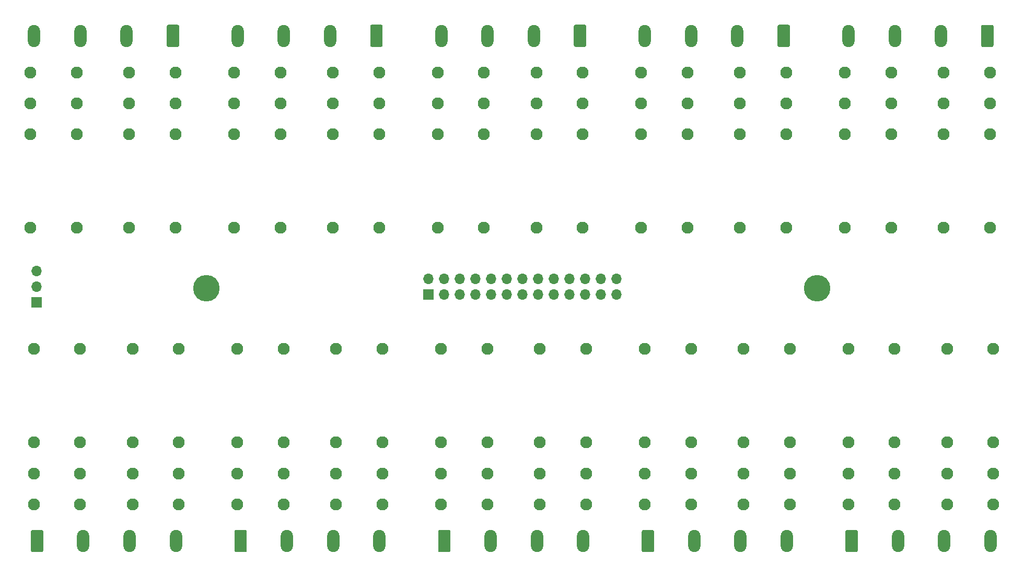
<source format=gbr>
%TF.GenerationSoftware,KiCad,Pcbnew,(5.1.6)-1*%
%TF.CreationDate,2021-10-14T08:46:51+02:00*%
%TF.ProjectId,boneIO - relay board,626f6e65-494f-4202-9d20-72656c617920,rev?*%
%TF.SameCoordinates,Original*%
%TF.FileFunction,Soldermask,Bot*%
%TF.FilePolarity,Negative*%
%FSLAX46Y46*%
G04 Gerber Fmt 4.6, Leading zero omitted, Abs format (unit mm)*
G04 Created by KiCad (PCBNEW (5.1.6)-1) date 2021-10-14 08:46:51*
%MOMM*%
%LPD*%
G01*
G04 APERTURE LIST*
%ADD10O,1.700000X1.700000*%
%ADD11R,1.700000X1.700000*%
%ADD12C,4.300000*%
%ADD13C,1.950000*%
%ADD14O,2.000000X3.600000*%
G04 APERTURE END LIST*
D10*
%TO.C,J7*%
X295633000Y-311889000D03*
X295633000Y-314429000D03*
D11*
X295633000Y-316969000D03*
%TD*%
D12*
%TO.C,H2*%
X323140000Y-314708000D03*
%TD*%
D13*
%TO.C,K1*%
X302665000Y-324508000D03*
X295165000Y-324508000D03*
X302665000Y-349708000D03*
X302665000Y-339708000D03*
X302665000Y-344708000D03*
X295165000Y-349708000D03*
X295165000Y-339708000D03*
X295165000Y-344708000D03*
%TD*%
D10*
%TO.C,J12*%
X389620000Y-313168000D03*
X389620000Y-315708000D03*
X387080000Y-313168000D03*
X387080000Y-315708000D03*
X384540000Y-313168000D03*
X384540000Y-315708000D03*
X382000000Y-313168000D03*
X382000000Y-315708000D03*
X379460000Y-313168000D03*
X379460000Y-315708000D03*
X376920000Y-313168000D03*
X376920000Y-315708000D03*
X374380000Y-313168000D03*
X374380000Y-315708000D03*
X371840000Y-313168000D03*
X371840000Y-315708000D03*
X369300000Y-313168000D03*
X369300000Y-315708000D03*
X366760000Y-313168000D03*
X366760000Y-315708000D03*
X364220000Y-313168000D03*
X364220000Y-315708000D03*
X361680000Y-313168000D03*
X361680000Y-315708000D03*
X359140000Y-313168000D03*
D11*
X359140000Y-315708000D03*
%TD*%
D13*
%TO.C,K2*%
X318665000Y-324508000D03*
X311165000Y-324508000D03*
X318665000Y-349708000D03*
X318665000Y-339708000D03*
X318665000Y-344708000D03*
X311165000Y-349708000D03*
X311165000Y-339708000D03*
X311165000Y-344708000D03*
%TD*%
%TO.C,K18*%
X409615000Y-304883000D03*
X417115000Y-304883000D03*
X409615000Y-279683000D03*
X409615000Y-289683000D03*
X409615000Y-284683000D03*
X417115000Y-279683000D03*
X417115000Y-289683000D03*
X417115000Y-284683000D03*
%TD*%
%TO.C,K20*%
X442615000Y-304883000D03*
X450115000Y-304883000D03*
X442615000Y-279683000D03*
X442615000Y-289683000D03*
X442615000Y-284683000D03*
X450115000Y-279683000D03*
X450115000Y-289683000D03*
X450115000Y-284683000D03*
%TD*%
%TO.C,K19*%
X426615000Y-304883000D03*
X434115000Y-304883000D03*
X426615000Y-279683000D03*
X426615000Y-289683000D03*
X426615000Y-284683000D03*
X434115000Y-279683000D03*
X434115000Y-289683000D03*
X434115000Y-284683000D03*
%TD*%
%TO.C,K17*%
X393615000Y-304883000D03*
X401115000Y-304883000D03*
X393615000Y-279683000D03*
X393615000Y-289683000D03*
X393615000Y-284683000D03*
X401115000Y-279683000D03*
X401115000Y-289683000D03*
X401115000Y-284683000D03*
%TD*%
%TO.C,K16*%
X376615000Y-304883000D03*
X384115000Y-304883000D03*
X376615000Y-279683000D03*
X376615000Y-289683000D03*
X376615000Y-284683000D03*
X384115000Y-279683000D03*
X384115000Y-289683000D03*
X384115000Y-284683000D03*
%TD*%
%TO.C,K15*%
X360615000Y-304883000D03*
X368115000Y-304883000D03*
X360615000Y-279683000D03*
X360615000Y-289683000D03*
X360615000Y-284683000D03*
X368115000Y-279683000D03*
X368115000Y-289683000D03*
X368115000Y-284683000D03*
%TD*%
%TO.C,K14*%
X343615000Y-304883000D03*
X351115000Y-304883000D03*
X343615000Y-279683000D03*
X343615000Y-289683000D03*
X343615000Y-284683000D03*
X351115000Y-279683000D03*
X351115000Y-289683000D03*
X351115000Y-284683000D03*
%TD*%
%TO.C,K13*%
X327615000Y-304883000D03*
X335115000Y-304883000D03*
X327615000Y-279683000D03*
X327615000Y-289683000D03*
X327615000Y-284683000D03*
X335115000Y-279683000D03*
X335115000Y-289683000D03*
X335115000Y-284683000D03*
%TD*%
%TO.C,K12*%
X310615000Y-304883000D03*
X318115000Y-304883000D03*
X310615000Y-279683000D03*
X310615000Y-289683000D03*
X310615000Y-284683000D03*
X318115000Y-279683000D03*
X318115000Y-289683000D03*
X318115000Y-284683000D03*
%TD*%
%TO.C,K11*%
X294615000Y-304883000D03*
X302115000Y-304883000D03*
X294615000Y-279683000D03*
X294615000Y-289683000D03*
X294615000Y-284683000D03*
X302115000Y-279683000D03*
X302115000Y-289683000D03*
X302115000Y-284683000D03*
%TD*%
%TO.C,K10*%
X450665000Y-324508000D03*
X443165000Y-324508000D03*
X450665000Y-349708000D03*
X450665000Y-339708000D03*
X450665000Y-344708000D03*
X443165000Y-349708000D03*
X443165000Y-339708000D03*
X443165000Y-344708000D03*
%TD*%
%TO.C,K9*%
X434665000Y-324508000D03*
X427165000Y-324508000D03*
X434665000Y-349708000D03*
X434665000Y-339708000D03*
X434665000Y-344708000D03*
X427165000Y-349708000D03*
X427165000Y-339708000D03*
X427165000Y-344708000D03*
%TD*%
%TO.C,K8*%
X417665000Y-324508000D03*
X410165000Y-324508000D03*
X417665000Y-349708000D03*
X417665000Y-339708000D03*
X417665000Y-344708000D03*
X410165000Y-349708000D03*
X410165000Y-339708000D03*
X410165000Y-344708000D03*
%TD*%
%TO.C,K7*%
X401665000Y-324508000D03*
X394165000Y-324508000D03*
X401665000Y-349708000D03*
X401665000Y-339708000D03*
X401665000Y-344708000D03*
X394165000Y-349708000D03*
X394165000Y-339708000D03*
X394165000Y-344708000D03*
%TD*%
%TO.C,K6*%
X384665000Y-324508000D03*
X377165000Y-324508000D03*
X384665000Y-349708000D03*
X384665000Y-339708000D03*
X384665000Y-344708000D03*
X377165000Y-349708000D03*
X377165000Y-339708000D03*
X377165000Y-344708000D03*
%TD*%
%TO.C,K5*%
X368665000Y-324508000D03*
X361165000Y-324508000D03*
X368665000Y-349708000D03*
X368665000Y-339708000D03*
X368665000Y-344708000D03*
X361165000Y-349708000D03*
X361165000Y-339708000D03*
X361165000Y-344708000D03*
%TD*%
%TO.C,K4*%
X351665000Y-324508000D03*
X344165000Y-324508000D03*
X351665000Y-349708000D03*
X351665000Y-339708000D03*
X351665000Y-344708000D03*
X344165000Y-349708000D03*
X344165000Y-339708000D03*
X344165000Y-344708000D03*
%TD*%
%TO.C,K3*%
X335665000Y-324508000D03*
X328165000Y-324508000D03*
X335665000Y-349708000D03*
X335665000Y-339708000D03*
X335665000Y-344708000D03*
X328165000Y-349708000D03*
X328165000Y-339708000D03*
X328165000Y-344708000D03*
%TD*%
D14*
%TO.C,J1*%
X318190000Y-355683000D03*
X310690000Y-355683000D03*
X303190000Y-355683000D03*
G36*
G01*
X294690000Y-357233000D02*
X294690000Y-354133000D01*
G75*
G02*
X294940000Y-353883000I250000J0D01*
G01*
X296440000Y-353883000D01*
G75*
G02*
X296690000Y-354133000I0J-250000D01*
G01*
X296690000Y-357233000D01*
G75*
G02*
X296440000Y-357483000I-250000J0D01*
G01*
X294940000Y-357483000D01*
G75*
G02*
X294690000Y-357233000I0J250000D01*
G01*
G37*
%TD*%
%TO.C,J11*%
X427190000Y-273783000D03*
X434690000Y-273783000D03*
X442190000Y-273783000D03*
G36*
G01*
X450690000Y-272233000D02*
X450690000Y-275333000D01*
G75*
G02*
X450440000Y-275583000I-250000J0D01*
G01*
X448940000Y-275583000D01*
G75*
G02*
X448690000Y-275333000I0J250000D01*
G01*
X448690000Y-272233000D01*
G75*
G02*
X448940000Y-271983000I250000J0D01*
G01*
X450440000Y-271983000D01*
G75*
G02*
X450690000Y-272233000I0J-250000D01*
G01*
G37*
%TD*%
%TO.C,J10*%
X394190000Y-273758000D03*
X401690000Y-273758000D03*
X409190000Y-273758000D03*
G36*
G01*
X417690000Y-272208000D02*
X417690000Y-275308000D01*
G75*
G02*
X417440000Y-275558000I-250000J0D01*
G01*
X415940000Y-275558000D01*
G75*
G02*
X415690000Y-275308000I0J250000D01*
G01*
X415690000Y-272208000D01*
G75*
G02*
X415940000Y-271958000I250000J0D01*
G01*
X417440000Y-271958000D01*
G75*
G02*
X417690000Y-272208000I0J-250000D01*
G01*
G37*
%TD*%
%TO.C,J9*%
X328190000Y-273758000D03*
X335690000Y-273758000D03*
X343190000Y-273758000D03*
G36*
G01*
X351690000Y-272208000D02*
X351690000Y-275308000D01*
G75*
G02*
X351440000Y-275558000I-250000J0D01*
G01*
X349940000Y-275558000D01*
G75*
G02*
X349690000Y-275308000I0J250000D01*
G01*
X349690000Y-272208000D01*
G75*
G02*
X349940000Y-271958000I250000J0D01*
G01*
X351440000Y-271958000D01*
G75*
G02*
X351690000Y-272208000I0J-250000D01*
G01*
G37*
%TD*%
%TO.C,J8*%
X361190000Y-273758000D03*
X368690000Y-273758000D03*
X376190000Y-273758000D03*
G36*
G01*
X384690000Y-272208000D02*
X384690000Y-275308000D01*
G75*
G02*
X384440000Y-275558000I-250000J0D01*
G01*
X382940000Y-275558000D01*
G75*
G02*
X382690000Y-275308000I0J250000D01*
G01*
X382690000Y-272208000D01*
G75*
G02*
X382940000Y-271958000I250000J0D01*
G01*
X384440000Y-271958000D01*
G75*
G02*
X384690000Y-272208000I0J-250000D01*
G01*
G37*
%TD*%
%TO.C,J6*%
X295215000Y-273758000D03*
X302715000Y-273758000D03*
X310215000Y-273758000D03*
G36*
G01*
X318715000Y-272208000D02*
X318715000Y-275308000D01*
G75*
G02*
X318465000Y-275558000I-250000J0D01*
G01*
X316965000Y-275558000D01*
G75*
G02*
X316715000Y-275308000I0J250000D01*
G01*
X316715000Y-272208000D01*
G75*
G02*
X316965000Y-271958000I250000J0D01*
G01*
X318465000Y-271958000D01*
G75*
G02*
X318715000Y-272208000I0J-250000D01*
G01*
G37*
%TD*%
%TO.C,J5*%
X450190000Y-355683000D03*
X442690000Y-355683000D03*
X435190000Y-355683000D03*
G36*
G01*
X426690000Y-357233000D02*
X426690000Y-354133000D01*
G75*
G02*
X426940000Y-353883000I250000J0D01*
G01*
X428440000Y-353883000D01*
G75*
G02*
X428690000Y-354133000I0J-250000D01*
G01*
X428690000Y-357233000D01*
G75*
G02*
X428440000Y-357483000I-250000J0D01*
G01*
X426940000Y-357483000D01*
G75*
G02*
X426690000Y-357233000I0J250000D01*
G01*
G37*
%TD*%
%TO.C,J4*%
X417190000Y-355683000D03*
X409690000Y-355683000D03*
X402190000Y-355683000D03*
G36*
G01*
X393690000Y-357233000D02*
X393690000Y-354133000D01*
G75*
G02*
X393940000Y-353883000I250000J0D01*
G01*
X395440000Y-353883000D01*
G75*
G02*
X395690000Y-354133000I0J-250000D01*
G01*
X395690000Y-357233000D01*
G75*
G02*
X395440000Y-357483000I-250000J0D01*
G01*
X393940000Y-357483000D01*
G75*
G02*
X393690000Y-357233000I0J250000D01*
G01*
G37*
%TD*%
%TO.C,J3*%
X384190000Y-355683000D03*
X376690000Y-355683000D03*
X369190000Y-355683000D03*
G36*
G01*
X360690000Y-357233000D02*
X360690000Y-354133000D01*
G75*
G02*
X360940000Y-353883000I250000J0D01*
G01*
X362440000Y-353883000D01*
G75*
G02*
X362690000Y-354133000I0J-250000D01*
G01*
X362690000Y-357233000D01*
G75*
G02*
X362440000Y-357483000I-250000J0D01*
G01*
X360940000Y-357483000D01*
G75*
G02*
X360690000Y-357233000I0J250000D01*
G01*
G37*
%TD*%
%TO.C,J2*%
X351190000Y-355683000D03*
X343690000Y-355683000D03*
X336190000Y-355683000D03*
G36*
G01*
X327690000Y-357233000D02*
X327690000Y-354133000D01*
G75*
G02*
X327940000Y-353883000I250000J0D01*
G01*
X329440000Y-353883000D01*
G75*
G02*
X329690000Y-354133000I0J-250000D01*
G01*
X329690000Y-357233000D01*
G75*
G02*
X329440000Y-357483000I-250000J0D01*
G01*
X327940000Y-357483000D01*
G75*
G02*
X327690000Y-357233000I0J250000D01*
G01*
G37*
%TD*%
D12*
%TO.C,H1*%
X422140000Y-314708000D03*
%TD*%
M02*

</source>
